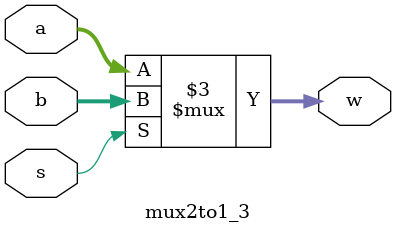
<source format=v>
module register_3 (clk,pin,en,rst,pout);
    
    parameter N = 25;
    input clk;
    input en;
    input rst;
    input [N-1:0]pin;
    output reg [N-1:0]pout;

    always @(posedge clk) begin
        if(rst) pout <= 0;
        else if(en) pout <= pin;
    end

endmodule

module counter_3 (clk,pin,select,ld,rst,en,pout,co);
    
    parameter N = 8;
    input clk;
    input ld;
    input en;
    input select;
    input rst;
    input [N-1:0]pin;
    output co;
    output reg [N-1:0]pout;

    always @(posedge clk) begin
        if(rst) pout <= 7'b0111111;
        else if(ld) pout <= pin;
        else begin
            if(en)begin
                if(select == 1) pout <= pout + 1;
                if(select == 0) pout <= pout - 1;
            end
        end
    end

    assign co = (select == 1) ? &{pout} : &{~pout};

endmodule

module write_to_file_3 ( output_file_name, en, line);

    // input string output_file_name;
    input [13*8-1:0] output_file_name; // Can store 13 characters
    input en;
    input [24:0] line;

    integer f;
    integer i;

    always @(en) begin
        if (en) begin
            f = $fopen("output_00.txt","a");
            for (i = 0; i<25; i=i+1)
                $fwrite(f,"%b",line[24 - i]);
            $fwrite(f,"\n");
            $fclose(f);  

        end
    end 

endmodule

module mux2to1_3 (a,b,s,w);

    parameter N = 25;
    input [N-1:0]a;
    input [N-1:0]b;
    input s;
    output [N-1:0]w;

    assign w = (s==1'b0) ? a : b; 
    
endmodule



</source>
